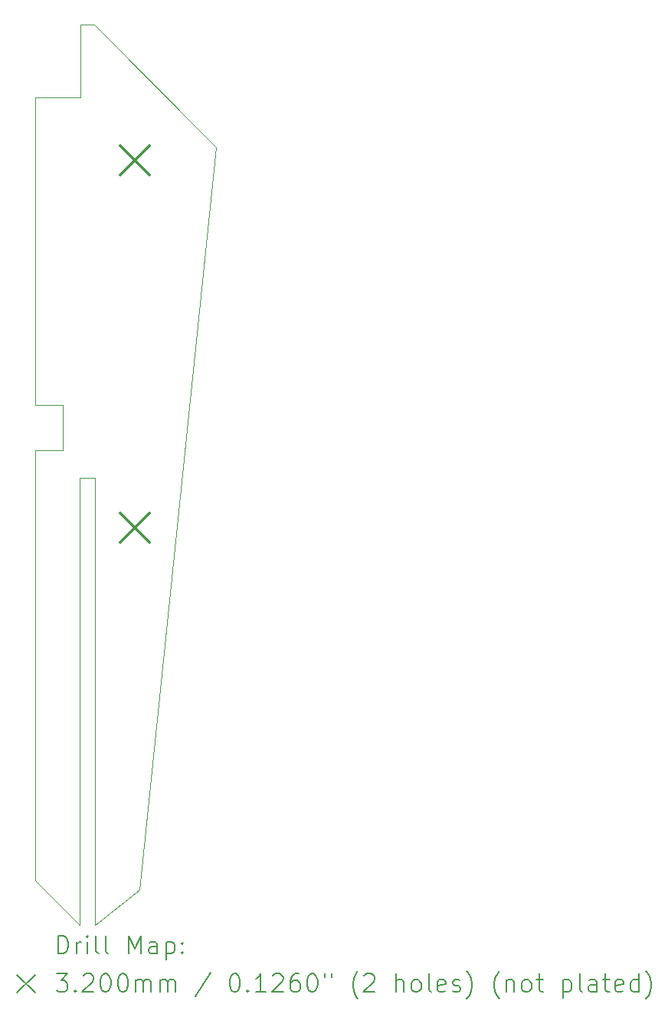
<source format=gbr>
%FSLAX45Y45*%
G04 Gerber Fmt 4.5, Leading zero omitted, Abs format (unit mm)*
G04 Created by KiCad (PCBNEW (6.0.0)) date 2022-03-07 21:34:06*
%MOMM*%
%LPD*%
G01*
G04 APERTURE LIST*
%TA.AperFunction,Profile*%
%ADD10C,0.100000*%
%TD*%
%ADD11C,0.200000*%
%ADD12C,0.320000*%
G04 APERTURE END LIST*
D10*
X15400000Y-4200000D02*
X15550000Y-4200000D01*
X15560000Y-14140000D02*
X16050000Y-13750000D01*
X15390000Y-9200000D02*
X15560000Y-9200000D01*
X15400000Y-5000000D02*
X15400000Y-4200000D01*
X15390000Y-9200000D02*
X15390000Y-14140000D01*
X15560000Y-14140000D02*
X15560000Y-9200000D01*
X15550000Y-4200000D02*
X16900000Y-5550000D01*
X15390000Y-14140000D02*
X14900000Y-13650000D01*
X15400000Y-5000000D02*
X14900000Y-5000000D01*
X14900000Y-8400000D02*
X14900000Y-5000000D01*
X14900000Y-8900000D02*
X14900000Y-13650000D01*
X15200000Y-8900000D02*
X14900000Y-8900000D01*
X14900000Y-8400000D02*
X15200000Y-8400000D01*
X15200000Y-8400000D02*
X15200000Y-8900000D01*
X16900000Y-5550000D02*
X16050000Y-13750000D01*
D11*
D12*
X15840000Y-5540000D02*
X16160000Y-5860000D01*
X16160000Y-5540000D02*
X15840000Y-5860000D01*
X15840000Y-9590000D02*
X16160000Y-9910000D01*
X16160000Y-9590000D02*
X15840000Y-9910000D01*
D11*
X15152619Y-14455476D02*
X15152619Y-14255476D01*
X15200238Y-14255476D01*
X15228809Y-14265000D01*
X15247857Y-14284048D01*
X15257381Y-14303095D01*
X15266905Y-14341190D01*
X15266905Y-14369762D01*
X15257381Y-14407857D01*
X15247857Y-14426905D01*
X15228809Y-14445952D01*
X15200238Y-14455476D01*
X15152619Y-14455476D01*
X15352619Y-14455476D02*
X15352619Y-14322143D01*
X15352619Y-14360238D02*
X15362143Y-14341190D01*
X15371667Y-14331667D01*
X15390714Y-14322143D01*
X15409762Y-14322143D01*
X15476428Y-14455476D02*
X15476428Y-14322143D01*
X15476428Y-14255476D02*
X15466905Y-14265000D01*
X15476428Y-14274524D01*
X15485952Y-14265000D01*
X15476428Y-14255476D01*
X15476428Y-14274524D01*
X15600238Y-14455476D02*
X15581190Y-14445952D01*
X15571667Y-14426905D01*
X15571667Y-14255476D01*
X15705000Y-14455476D02*
X15685952Y-14445952D01*
X15676428Y-14426905D01*
X15676428Y-14255476D01*
X15933571Y-14455476D02*
X15933571Y-14255476D01*
X16000238Y-14398333D01*
X16066905Y-14255476D01*
X16066905Y-14455476D01*
X16247857Y-14455476D02*
X16247857Y-14350714D01*
X16238333Y-14331667D01*
X16219286Y-14322143D01*
X16181190Y-14322143D01*
X16162143Y-14331667D01*
X16247857Y-14445952D02*
X16228809Y-14455476D01*
X16181190Y-14455476D01*
X16162143Y-14445952D01*
X16152619Y-14426905D01*
X16152619Y-14407857D01*
X16162143Y-14388809D01*
X16181190Y-14379286D01*
X16228809Y-14379286D01*
X16247857Y-14369762D01*
X16343095Y-14322143D02*
X16343095Y-14522143D01*
X16343095Y-14331667D02*
X16362143Y-14322143D01*
X16400238Y-14322143D01*
X16419286Y-14331667D01*
X16428809Y-14341190D01*
X16438333Y-14360238D01*
X16438333Y-14417381D01*
X16428809Y-14436428D01*
X16419286Y-14445952D01*
X16400238Y-14455476D01*
X16362143Y-14455476D01*
X16343095Y-14445952D01*
X16524048Y-14436428D02*
X16533571Y-14445952D01*
X16524048Y-14455476D01*
X16514524Y-14445952D01*
X16524048Y-14436428D01*
X16524048Y-14455476D01*
X16524048Y-14331667D02*
X16533571Y-14341190D01*
X16524048Y-14350714D01*
X16514524Y-14341190D01*
X16524048Y-14331667D01*
X16524048Y-14350714D01*
X14695000Y-14685000D02*
X14895000Y-14885000D01*
X14895000Y-14685000D02*
X14695000Y-14885000D01*
X15133571Y-14675476D02*
X15257381Y-14675476D01*
X15190714Y-14751667D01*
X15219286Y-14751667D01*
X15238333Y-14761190D01*
X15247857Y-14770714D01*
X15257381Y-14789762D01*
X15257381Y-14837381D01*
X15247857Y-14856428D01*
X15238333Y-14865952D01*
X15219286Y-14875476D01*
X15162143Y-14875476D01*
X15143095Y-14865952D01*
X15133571Y-14856428D01*
X15343095Y-14856428D02*
X15352619Y-14865952D01*
X15343095Y-14875476D01*
X15333571Y-14865952D01*
X15343095Y-14856428D01*
X15343095Y-14875476D01*
X15428809Y-14694524D02*
X15438333Y-14685000D01*
X15457381Y-14675476D01*
X15505000Y-14675476D01*
X15524048Y-14685000D01*
X15533571Y-14694524D01*
X15543095Y-14713571D01*
X15543095Y-14732619D01*
X15533571Y-14761190D01*
X15419286Y-14875476D01*
X15543095Y-14875476D01*
X15666905Y-14675476D02*
X15685952Y-14675476D01*
X15705000Y-14685000D01*
X15714524Y-14694524D01*
X15724048Y-14713571D01*
X15733571Y-14751667D01*
X15733571Y-14799286D01*
X15724048Y-14837381D01*
X15714524Y-14856428D01*
X15705000Y-14865952D01*
X15685952Y-14875476D01*
X15666905Y-14875476D01*
X15647857Y-14865952D01*
X15638333Y-14856428D01*
X15628809Y-14837381D01*
X15619286Y-14799286D01*
X15619286Y-14751667D01*
X15628809Y-14713571D01*
X15638333Y-14694524D01*
X15647857Y-14685000D01*
X15666905Y-14675476D01*
X15857381Y-14675476D02*
X15876428Y-14675476D01*
X15895476Y-14685000D01*
X15905000Y-14694524D01*
X15914524Y-14713571D01*
X15924048Y-14751667D01*
X15924048Y-14799286D01*
X15914524Y-14837381D01*
X15905000Y-14856428D01*
X15895476Y-14865952D01*
X15876428Y-14875476D01*
X15857381Y-14875476D01*
X15838333Y-14865952D01*
X15828809Y-14856428D01*
X15819286Y-14837381D01*
X15809762Y-14799286D01*
X15809762Y-14751667D01*
X15819286Y-14713571D01*
X15828809Y-14694524D01*
X15838333Y-14685000D01*
X15857381Y-14675476D01*
X16009762Y-14875476D02*
X16009762Y-14742143D01*
X16009762Y-14761190D02*
X16019286Y-14751667D01*
X16038333Y-14742143D01*
X16066905Y-14742143D01*
X16085952Y-14751667D01*
X16095476Y-14770714D01*
X16095476Y-14875476D01*
X16095476Y-14770714D02*
X16105000Y-14751667D01*
X16124048Y-14742143D01*
X16152619Y-14742143D01*
X16171667Y-14751667D01*
X16181190Y-14770714D01*
X16181190Y-14875476D01*
X16276428Y-14875476D02*
X16276428Y-14742143D01*
X16276428Y-14761190D02*
X16285952Y-14751667D01*
X16305000Y-14742143D01*
X16333571Y-14742143D01*
X16352619Y-14751667D01*
X16362143Y-14770714D01*
X16362143Y-14875476D01*
X16362143Y-14770714D02*
X16371667Y-14751667D01*
X16390714Y-14742143D01*
X16419286Y-14742143D01*
X16438333Y-14751667D01*
X16447857Y-14770714D01*
X16447857Y-14875476D01*
X16838333Y-14665952D02*
X16666905Y-14923095D01*
X17095476Y-14675476D02*
X17114524Y-14675476D01*
X17133571Y-14685000D01*
X17143095Y-14694524D01*
X17152619Y-14713571D01*
X17162143Y-14751667D01*
X17162143Y-14799286D01*
X17152619Y-14837381D01*
X17143095Y-14856428D01*
X17133571Y-14865952D01*
X17114524Y-14875476D01*
X17095476Y-14875476D01*
X17076429Y-14865952D01*
X17066905Y-14856428D01*
X17057381Y-14837381D01*
X17047857Y-14799286D01*
X17047857Y-14751667D01*
X17057381Y-14713571D01*
X17066905Y-14694524D01*
X17076429Y-14685000D01*
X17095476Y-14675476D01*
X17247857Y-14856428D02*
X17257381Y-14865952D01*
X17247857Y-14875476D01*
X17238333Y-14865952D01*
X17247857Y-14856428D01*
X17247857Y-14875476D01*
X17447857Y-14875476D02*
X17333571Y-14875476D01*
X17390714Y-14875476D02*
X17390714Y-14675476D01*
X17371667Y-14704048D01*
X17352619Y-14723095D01*
X17333571Y-14732619D01*
X17524048Y-14694524D02*
X17533571Y-14685000D01*
X17552619Y-14675476D01*
X17600238Y-14675476D01*
X17619286Y-14685000D01*
X17628810Y-14694524D01*
X17638333Y-14713571D01*
X17638333Y-14732619D01*
X17628810Y-14761190D01*
X17514524Y-14875476D01*
X17638333Y-14875476D01*
X17809762Y-14675476D02*
X17771667Y-14675476D01*
X17752619Y-14685000D01*
X17743095Y-14694524D01*
X17724048Y-14723095D01*
X17714524Y-14761190D01*
X17714524Y-14837381D01*
X17724048Y-14856428D01*
X17733571Y-14865952D01*
X17752619Y-14875476D01*
X17790714Y-14875476D01*
X17809762Y-14865952D01*
X17819286Y-14856428D01*
X17828810Y-14837381D01*
X17828810Y-14789762D01*
X17819286Y-14770714D01*
X17809762Y-14761190D01*
X17790714Y-14751667D01*
X17752619Y-14751667D01*
X17733571Y-14761190D01*
X17724048Y-14770714D01*
X17714524Y-14789762D01*
X17952619Y-14675476D02*
X17971667Y-14675476D01*
X17990714Y-14685000D01*
X18000238Y-14694524D01*
X18009762Y-14713571D01*
X18019286Y-14751667D01*
X18019286Y-14799286D01*
X18009762Y-14837381D01*
X18000238Y-14856428D01*
X17990714Y-14865952D01*
X17971667Y-14875476D01*
X17952619Y-14875476D01*
X17933571Y-14865952D01*
X17924048Y-14856428D01*
X17914524Y-14837381D01*
X17905000Y-14799286D01*
X17905000Y-14751667D01*
X17914524Y-14713571D01*
X17924048Y-14694524D01*
X17933571Y-14685000D01*
X17952619Y-14675476D01*
X18095476Y-14675476D02*
X18095476Y-14713571D01*
X18171667Y-14675476D02*
X18171667Y-14713571D01*
X18466905Y-14951667D02*
X18457381Y-14942143D01*
X18438333Y-14913571D01*
X18428810Y-14894524D01*
X18419286Y-14865952D01*
X18409762Y-14818333D01*
X18409762Y-14780238D01*
X18419286Y-14732619D01*
X18428810Y-14704048D01*
X18438333Y-14685000D01*
X18457381Y-14656428D01*
X18466905Y-14646905D01*
X18533571Y-14694524D02*
X18543095Y-14685000D01*
X18562143Y-14675476D01*
X18609762Y-14675476D01*
X18628810Y-14685000D01*
X18638333Y-14694524D01*
X18647857Y-14713571D01*
X18647857Y-14732619D01*
X18638333Y-14761190D01*
X18524048Y-14875476D01*
X18647857Y-14875476D01*
X18885952Y-14875476D02*
X18885952Y-14675476D01*
X18971667Y-14875476D02*
X18971667Y-14770714D01*
X18962143Y-14751667D01*
X18943095Y-14742143D01*
X18914524Y-14742143D01*
X18895476Y-14751667D01*
X18885952Y-14761190D01*
X19095476Y-14875476D02*
X19076429Y-14865952D01*
X19066905Y-14856428D01*
X19057381Y-14837381D01*
X19057381Y-14780238D01*
X19066905Y-14761190D01*
X19076429Y-14751667D01*
X19095476Y-14742143D01*
X19124048Y-14742143D01*
X19143095Y-14751667D01*
X19152619Y-14761190D01*
X19162143Y-14780238D01*
X19162143Y-14837381D01*
X19152619Y-14856428D01*
X19143095Y-14865952D01*
X19124048Y-14875476D01*
X19095476Y-14875476D01*
X19276429Y-14875476D02*
X19257381Y-14865952D01*
X19247857Y-14846905D01*
X19247857Y-14675476D01*
X19428810Y-14865952D02*
X19409762Y-14875476D01*
X19371667Y-14875476D01*
X19352619Y-14865952D01*
X19343095Y-14846905D01*
X19343095Y-14770714D01*
X19352619Y-14751667D01*
X19371667Y-14742143D01*
X19409762Y-14742143D01*
X19428810Y-14751667D01*
X19438333Y-14770714D01*
X19438333Y-14789762D01*
X19343095Y-14808809D01*
X19514524Y-14865952D02*
X19533571Y-14875476D01*
X19571667Y-14875476D01*
X19590714Y-14865952D01*
X19600238Y-14846905D01*
X19600238Y-14837381D01*
X19590714Y-14818333D01*
X19571667Y-14808809D01*
X19543095Y-14808809D01*
X19524048Y-14799286D01*
X19514524Y-14780238D01*
X19514524Y-14770714D01*
X19524048Y-14751667D01*
X19543095Y-14742143D01*
X19571667Y-14742143D01*
X19590714Y-14751667D01*
X19666905Y-14951667D02*
X19676429Y-14942143D01*
X19695476Y-14913571D01*
X19705000Y-14894524D01*
X19714524Y-14865952D01*
X19724048Y-14818333D01*
X19724048Y-14780238D01*
X19714524Y-14732619D01*
X19705000Y-14704048D01*
X19695476Y-14685000D01*
X19676429Y-14656428D01*
X19666905Y-14646905D01*
X20028810Y-14951667D02*
X20019286Y-14942143D01*
X20000238Y-14913571D01*
X19990714Y-14894524D01*
X19981190Y-14865952D01*
X19971667Y-14818333D01*
X19971667Y-14780238D01*
X19981190Y-14732619D01*
X19990714Y-14704048D01*
X20000238Y-14685000D01*
X20019286Y-14656428D01*
X20028810Y-14646905D01*
X20105000Y-14742143D02*
X20105000Y-14875476D01*
X20105000Y-14761190D02*
X20114524Y-14751667D01*
X20133571Y-14742143D01*
X20162143Y-14742143D01*
X20181190Y-14751667D01*
X20190714Y-14770714D01*
X20190714Y-14875476D01*
X20314524Y-14875476D02*
X20295476Y-14865952D01*
X20285952Y-14856428D01*
X20276429Y-14837381D01*
X20276429Y-14780238D01*
X20285952Y-14761190D01*
X20295476Y-14751667D01*
X20314524Y-14742143D01*
X20343095Y-14742143D01*
X20362143Y-14751667D01*
X20371667Y-14761190D01*
X20381190Y-14780238D01*
X20381190Y-14837381D01*
X20371667Y-14856428D01*
X20362143Y-14865952D01*
X20343095Y-14875476D01*
X20314524Y-14875476D01*
X20438333Y-14742143D02*
X20514524Y-14742143D01*
X20466905Y-14675476D02*
X20466905Y-14846905D01*
X20476429Y-14865952D01*
X20495476Y-14875476D01*
X20514524Y-14875476D01*
X20733571Y-14742143D02*
X20733571Y-14942143D01*
X20733571Y-14751667D02*
X20752619Y-14742143D01*
X20790714Y-14742143D01*
X20809762Y-14751667D01*
X20819286Y-14761190D01*
X20828810Y-14780238D01*
X20828810Y-14837381D01*
X20819286Y-14856428D01*
X20809762Y-14865952D01*
X20790714Y-14875476D01*
X20752619Y-14875476D01*
X20733571Y-14865952D01*
X20943095Y-14875476D02*
X20924048Y-14865952D01*
X20914524Y-14846905D01*
X20914524Y-14675476D01*
X21105000Y-14875476D02*
X21105000Y-14770714D01*
X21095476Y-14751667D01*
X21076429Y-14742143D01*
X21038333Y-14742143D01*
X21019286Y-14751667D01*
X21105000Y-14865952D02*
X21085952Y-14875476D01*
X21038333Y-14875476D01*
X21019286Y-14865952D01*
X21009762Y-14846905D01*
X21009762Y-14827857D01*
X21019286Y-14808809D01*
X21038333Y-14799286D01*
X21085952Y-14799286D01*
X21105000Y-14789762D01*
X21171667Y-14742143D02*
X21247857Y-14742143D01*
X21200238Y-14675476D02*
X21200238Y-14846905D01*
X21209762Y-14865952D01*
X21228810Y-14875476D01*
X21247857Y-14875476D01*
X21390714Y-14865952D02*
X21371667Y-14875476D01*
X21333571Y-14875476D01*
X21314524Y-14865952D01*
X21305000Y-14846905D01*
X21305000Y-14770714D01*
X21314524Y-14751667D01*
X21333571Y-14742143D01*
X21371667Y-14742143D01*
X21390714Y-14751667D01*
X21400238Y-14770714D01*
X21400238Y-14789762D01*
X21305000Y-14808809D01*
X21571667Y-14875476D02*
X21571667Y-14675476D01*
X21571667Y-14865952D02*
X21552619Y-14875476D01*
X21514524Y-14875476D01*
X21495476Y-14865952D01*
X21485952Y-14856428D01*
X21476429Y-14837381D01*
X21476429Y-14780238D01*
X21485952Y-14761190D01*
X21495476Y-14751667D01*
X21514524Y-14742143D01*
X21552619Y-14742143D01*
X21571667Y-14751667D01*
X21647857Y-14951667D02*
X21657381Y-14942143D01*
X21676429Y-14913571D01*
X21685952Y-14894524D01*
X21695476Y-14865952D01*
X21705000Y-14818333D01*
X21705000Y-14780238D01*
X21695476Y-14732619D01*
X21685952Y-14704048D01*
X21676429Y-14685000D01*
X21657381Y-14656428D01*
X21647857Y-14646905D01*
M02*

</source>
